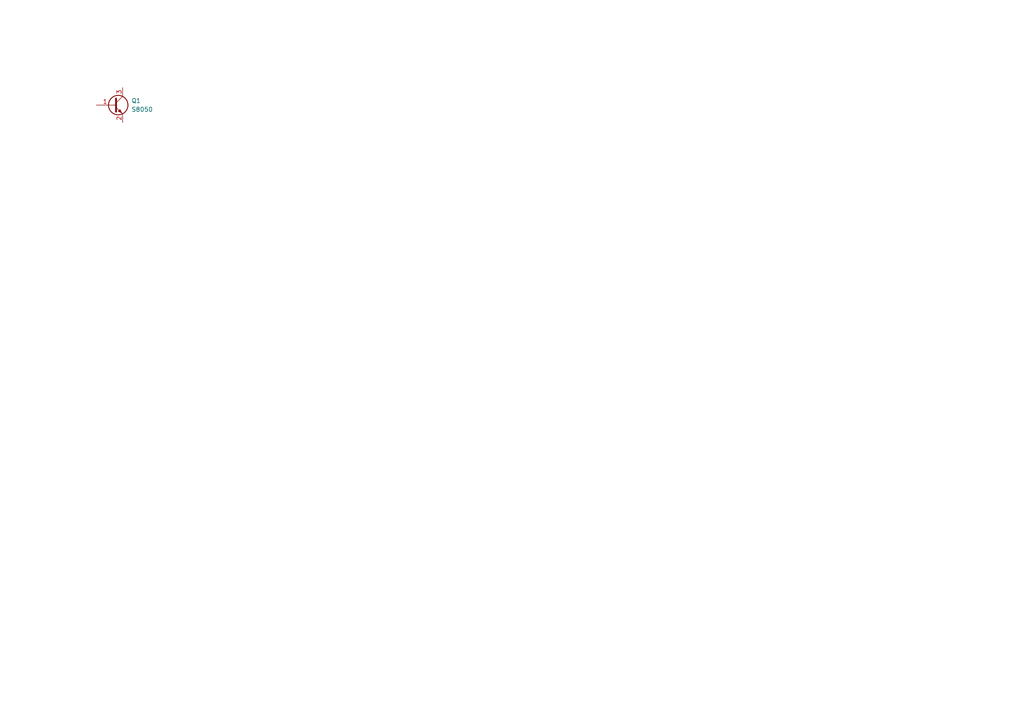
<source format=kicad_sch>
(kicad_sch (version 20241209) (generator "eeschema") (generator_version "9.0")
  (paper "A4")
  (lib_symbols
    (symbol "EXT_Passive:S8050" (pin_names (offset 0) (hide yes))
      (property "Reference" "Q" (at 5.08 1.905 0))
      (property "Value" "S8050" (at 5.08 0 0))
      (symbol "S8050_0_1"
        (polyline (pts (xy 0 0) (xy 0.635 0)))
        (polyline (pts (xy 0.635 1.905) (xy 0.635 -1.905) (xy 0.635 -1.905)) (stroke (width 0.508)))
        (polyline (pts (xy 0.635 0.635) (xy 2.54 2.54)))
        (polyline (pts (xy 0.635 -0.635) (xy 2.54 -2.54) (xy 2.54 -2.54)))
        (circle (center 1.27 0) (radius 2.8194) (stroke (width 0.254)))
        (polyline (pts (xy 1.27 -1.778) (xy 1.778 -1.27) (xy 2.286 -2.286) (xy 1.27 -1.778) (xy 1.27 -1.778)) (fill (type outline)))
      )
      (symbol "S8050_1_1"
        (pin input line (at -5.08 0 0) (length 5.08) (name "B") (number "1"))
        (pin passive line (at 2.54 5.08 270) (length 2.54) (name "C") (number "3"))
        (pin passive line (at 2.54 -5.08 90) (length 2.54) (name "E") (number "2"))
      )
    )
  )
  (symbol (lib_id "EXT_Passive:S8050") (at 33.02 30.48 0) (unit 1)
    (property "Reference" "Q1" (at 38.1 29.2099 0) (effects (justify left)))
    (property "Value" "S8050" (at 38.1 31.7499 0) (effects (justify left)))
    (property "Footprint" "Package_TO_SOT_SMD:SOT-23" (effects (hide yes)))
    (property "Datasheet" "http://www.unisonic.com.tw/datasheet/S8050.pdf" (effects (hide yes)))
    (property "Description" "0.7A Ic, 20V Vce, Low Voltage High Current NPN Transistor, TO-92" (effects (hide yes)))
  )
)
</source>
